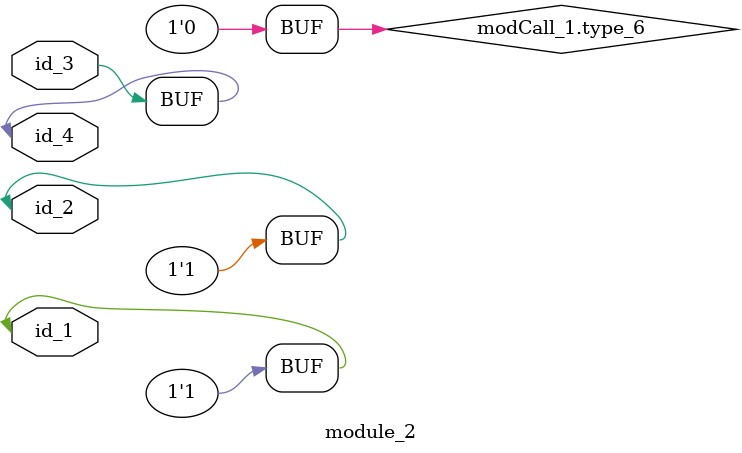
<source format=v>
module module_0;
  wire id_1;
  assign id_2 = -1;
  wand id_3 = 1;
  always #1 begin : LABEL_0
    id_1 = id_1;
    $display(-1, -1);
  end
  wire id_4;
endmodule
module module_1;
  module_0 modCall_1 ();
  assign modCall_1.type_6 = 0;
  wire id_2;
endmodule
module module_2 (
    id_1,
    id_2,
    id_3,
    id_4
);
  inout wire id_4;
  input wire id_3;
  input wire id_2;
  inout wire id_1;
  assign id_1 = id_2;
  module_0 modCall_1 ();
  assign modCall_1.type_6 = 0;
  assign id_1 = -1;
  always if (-1) id_4 <= id_3;
  integer id_5;
endmodule

</source>
